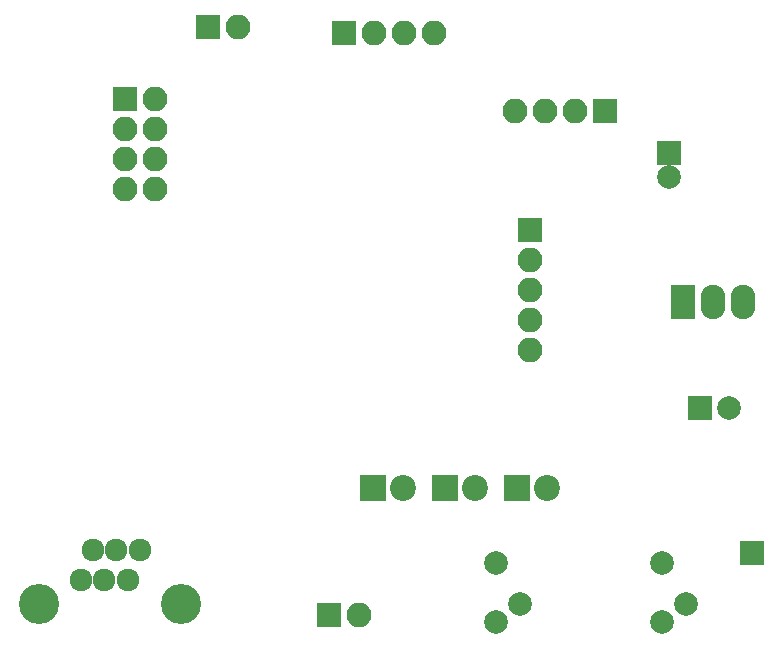
<source format=gbr>
G04 #@! TF.FileFunction,Soldermask,Bot*
%FSLAX46Y46*%
G04 Gerber Fmt 4.6, Leading zero omitted, Abs format (unit mm)*
G04 Created by KiCad (PCBNEW 4.0.7) date 07/17/19 22:20:44*
%MOMM*%
%LPD*%
G01*
G04 APERTURE LIST*
%ADD10C,0.100000*%
%ADD11R,2.100000X2.100000*%
%ADD12O,2.100000X2.100000*%
%ADD13R,2.000000X2.000000*%
%ADD14C,2.000000*%
%ADD15R,2.100000X2.900000*%
%ADD16O,2.100000X2.900000*%
%ADD17R,2.200000X2.200000*%
%ADD18C,2.200000*%
%ADD19C,1.920000*%
%ADD20C,3.400000*%
G04 APERTURE END LIST*
D10*
D11*
X105283000Y-116332000D03*
D12*
X107823000Y-116332000D03*
X105283000Y-118872000D03*
X107823000Y-118872000D03*
X105283000Y-121412000D03*
X107823000Y-121412000D03*
X105283000Y-123952000D03*
X107823000Y-123952000D03*
D11*
X139573000Y-127381000D03*
D12*
X139573000Y-129921000D03*
X139573000Y-132461000D03*
X139573000Y-135001000D03*
X139573000Y-137541000D03*
D13*
X153924000Y-142494000D03*
D14*
X156424000Y-142494000D03*
D13*
X151320500Y-120904000D03*
D14*
X151320500Y-122904000D03*
D11*
X145923000Y-117348000D03*
D12*
X143383000Y-117348000D03*
X140843000Y-117348000D03*
X138303000Y-117348000D03*
D11*
X123825000Y-110744000D03*
D12*
X126365000Y-110744000D03*
X128905000Y-110744000D03*
X131445000Y-110744000D03*
D11*
X112268000Y-110236000D03*
D12*
X114808000Y-110236000D03*
D11*
X122555000Y-159956500D03*
D12*
X125095000Y-159956500D03*
D15*
X152527000Y-133477000D03*
D16*
X155067000Y-133477000D03*
X157607000Y-133477000D03*
D14*
X150741000Y-155567000D03*
X150741000Y-160567000D03*
X152741000Y-159067000D03*
X136707500Y-155567000D03*
X136707500Y-160567000D03*
X138707500Y-159067000D03*
D11*
X158369000Y-154749500D03*
D17*
X126238000Y-149225000D03*
D18*
X128778000Y-149225000D03*
D17*
X132334000Y-149225000D03*
D18*
X134874000Y-149225000D03*
D17*
X138430000Y-149225000D03*
D18*
X140970000Y-149225000D03*
D19*
X104536500Y-154535500D03*
X102536500Y-154535500D03*
X106536500Y-154535500D03*
X101536500Y-157035500D03*
X103536500Y-157035500D03*
X105536500Y-157035500D03*
D20*
X110036500Y-159035500D03*
X97976500Y-159065500D03*
M02*

</source>
